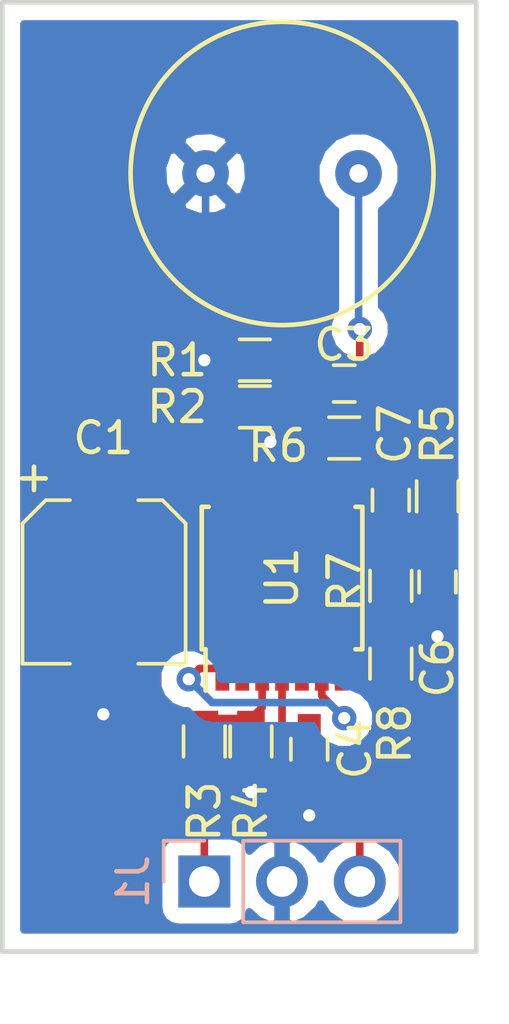
<source format=kicad_pcb>
(kicad_pcb (version 4) (host pcbnew 4.0.7)

  (general
    (links 32)
    (no_connects 0)
    (area 161.722999 60.884999 177.367001 92.023001)
    (thickness 1.6)
    (drawings 4)
    (tracks 102)
    (zones 0)
    (modules 16)
    (nets 14)
  )

  (page A4)
  (layers
    (0 F.Cu signal)
    (31 B.Cu signal)
    (32 B.Adhes user)
    (33 F.Adhes user)
    (34 B.Paste user)
    (35 F.Paste user)
    (36 B.SilkS user)
    (37 F.SilkS user)
    (38 B.Mask user)
    (39 F.Mask user)
    (40 Dwgs.User user)
    (41 Cmts.User user)
    (42 Eco1.User user)
    (43 Eco2.User user)
    (44 Edge.Cuts user)
    (45 Margin user)
    (46 B.CrtYd user)
    (47 F.CrtYd user)
    (48 B.Fab user)
    (49 F.Fab user)
  )

  (setup
    (last_trace_width 0.25)
    (trace_clearance 0.2)
    (zone_clearance 0.508)
    (zone_45_only no)
    (trace_min 0.2)
    (segment_width 0.2)
    (edge_width 0.15)
    (via_size 0.8)
    (via_drill 0.4)
    (via_min_size 0.4)
    (via_min_drill 0.3)
    (uvia_size 0.3)
    (uvia_drill 0.1)
    (uvias_allowed no)
    (uvia_min_size 0.2)
    (uvia_min_drill 0.1)
    (pcb_text_width 0.3)
    (pcb_text_size 1.5 1.5)
    (mod_edge_width 0.15)
    (mod_text_size 1 1)
    (mod_text_width 0.15)
    (pad_size 1.524 1.524)
    (pad_drill 0.762)
    (pad_to_mask_clearance 0.2)
    (aux_axis_origin 0 0)
    (visible_elements 7FFEFFFF)
    (pcbplotparams
      (layerselection 0x00000_80000001)
      (usegerberextensions false)
      (excludeedgelayer false)
      (linewidth 0.100000)
      (plotframeref false)
      (viasonmask true)
      (mode 1)
      (useauxorigin false)
      (hpglpennumber 1)
      (hpglpenspeed 20)
      (hpglpendiameter 15)
      (hpglpenoverlay 2)
      (psnegative false)
      (psa4output false)
      (plotreference false)
      (plotvalue false)
      (plotinvisibletext false)
      (padsonsilk false)
      (subtractmaskfromsilk false)
      (outputformat 1)
      (mirror false)
      (drillshape 0)
      (scaleselection 1)
      (outputdirectory ""))
  )

  (net 0 "")
  (net 1 +3V3)
  (net 2 GNDA)
  (net 3 "Net-(C3-Pad2)")
  (net 4 "Net-(C3-Pad1)")
  (net 5 /Vref2)
  (net 6 "Net-(C6-Pad1)")
  (net 7 /preamp)
  (net 8 "Net-(C7-Pad1)")
  (net 9 /comp)
  (net 10 "Net-(R3-Pad1)")
  (net 11 "Net-(R5-Pad2)")
  (net 12 "Net-(R7-Pad2)")
  (net 13 /Vref1)

  (net_class Default "This is the default net class."
    (clearance 0.2)
    (trace_width 0.25)
    (via_dia 0.8)
    (via_drill 0.4)
    (uvia_dia 0.3)
    (uvia_drill 0.1)
    (add_net +3V3)
    (add_net /Vref1)
    (add_net /Vref2)
    (add_net /comp)
    (add_net /preamp)
    (add_net GNDA)
    (add_net "Net-(C3-Pad1)")
    (add_net "Net-(C3-Pad2)")
    (add_net "Net-(C6-Pad1)")
    (add_net "Net-(C7-Pad1)")
    (add_net "Net-(R3-Pad1)")
    (add_net "Net-(R5-Pad2)")
    (add_net "Net-(R7-Pad2)")
  )

  (module Capacitors_SMD:C_0603 (layer F.Cu) (tedit 5A6EFBEF) (tstamp 5A6EEC07)
    (at 176.022 79.883 270)
    (descr "Capacitor SMD 0603, reflow soldering, AVX (see smccp.pdf)")
    (tags "capacitor 0603")
    (path /5A6F5FB1)
    (attr smd)
    (fp_text reference C6 (at 2.794 0 270) (layer F.SilkS)
      (effects (font (size 1 1) (thickness 0.15)))
    )
    (fp_text value 10n (at 0 1.5 270) (layer F.Fab)
      (effects (font (size 1 1) (thickness 0.15)))
    )
    (fp_line (start 1.4 0.65) (end -1.4 0.65) (layer F.CrtYd) (width 0.05))
    (fp_line (start 1.4 0.65) (end 1.4 -0.65) (layer F.CrtYd) (width 0.05))
    (fp_line (start -1.4 -0.65) (end -1.4 0.65) (layer F.CrtYd) (width 0.05))
    (fp_line (start -1.4 -0.65) (end 1.4 -0.65) (layer F.CrtYd) (width 0.05))
    (fp_line (start 0.35 0.6) (end -0.35 0.6) (layer F.SilkS) (width 0.12))
    (fp_line (start -0.35 -0.6) (end 0.35 -0.6) (layer F.SilkS) (width 0.12))
    (fp_line (start -0.8 -0.4) (end 0.8 -0.4) (layer F.Fab) (width 0.1))
    (fp_line (start 0.8 -0.4) (end 0.8 0.4) (layer F.Fab) (width 0.1))
    (fp_line (start 0.8 0.4) (end -0.8 0.4) (layer F.Fab) (width 0.1))
    (fp_line (start -0.8 0.4) (end -0.8 -0.4) (layer F.Fab) (width 0.1))
    (fp_text user %R (at 0 0 270) (layer F.Fab)
      (effects (font (size 0.3 0.3) (thickness 0.075)))
    )
    (pad 2 smd rect (at 0.75 0 270) (size 0.8 0.75) (layers F.Cu F.Paste F.Mask)
      (net 2 GNDA))
    (pad 1 smd rect (at -0.75 0 270) (size 0.8 0.75) (layers F.Cu F.Paste F.Mask)
      (net 6 "Net-(C6-Pad1)"))
    (model Capacitors_SMD.3dshapes/C_0603.wrl
      (at (xyz 0 0 0))
      (scale (xyz 1 1 1))
      (rotate (xyz 0 0 0))
    )
  )

  (module Capacitors_SMD:CP_Elec_5x5.3 (layer F.Cu) (tedit 5A6EFC20) (tstamp 5A6EEBEF)
    (at 165.1 79.883 270)
    (descr "SMT capacitor, aluminium electrolytic, 5x5.3")
    (path /5A70553E)
    (attr smd)
    (fp_text reference C1 (at -4.699 0 360) (layer F.SilkS)
      (effects (font (size 1 1) (thickness 0.15)))
    )
    (fp_text value 10u (at 0 -3.92 270) (layer F.Fab)
      (effects (font (size 1 1) (thickness 0.15)))
    )
    (fp_circle (center 0 0) (end 0.3 2.4) (layer F.Fab) (width 0.1))
    (fp_text user + (at -1.37 -0.08 270) (layer F.Fab)
      (effects (font (size 1 1) (thickness 0.15)))
    )
    (fp_text user + (at -3.38 2.34 270) (layer F.SilkS)
      (effects (font (size 1 1) (thickness 0.15)))
    )
    (fp_text user %R (at -4.699 0 360) (layer F.Fab)
      (effects (font (size 1 1) (thickness 0.15)))
    )
    (fp_line (start 2.51 2.49) (end 2.51 -2.54) (layer F.Fab) (width 0.1))
    (fp_line (start -1.84 2.49) (end 2.51 2.49) (layer F.Fab) (width 0.1))
    (fp_line (start -2.51 1.82) (end -1.84 2.49) (layer F.Fab) (width 0.1))
    (fp_line (start -2.51 -1.87) (end -2.51 1.82) (layer F.Fab) (width 0.1))
    (fp_line (start -1.84 -2.54) (end -2.51 -1.87) (layer F.Fab) (width 0.1))
    (fp_line (start 2.51 -2.54) (end -1.84 -2.54) (layer F.Fab) (width 0.1))
    (fp_line (start 2.67 -2.69) (end 2.67 -1.14) (layer F.SilkS) (width 0.12))
    (fp_line (start 2.67 2.64) (end 2.67 1.09) (layer F.SilkS) (width 0.12))
    (fp_line (start -2.67 1.88) (end -2.67 1.09) (layer F.SilkS) (width 0.12))
    (fp_line (start -2.67 -1.93) (end -2.67 -1.14) (layer F.SilkS) (width 0.12))
    (fp_line (start 2.67 -2.69) (end -1.91 -2.69) (layer F.SilkS) (width 0.12))
    (fp_line (start -1.91 -2.69) (end -2.67 -1.93) (layer F.SilkS) (width 0.12))
    (fp_line (start -2.67 1.88) (end -1.91 2.64) (layer F.SilkS) (width 0.12))
    (fp_line (start -1.91 2.64) (end 2.67 2.64) (layer F.SilkS) (width 0.12))
    (fp_line (start -3.95 -2.79) (end 3.95 -2.79) (layer F.CrtYd) (width 0.05))
    (fp_line (start -3.95 -2.79) (end -3.95 2.74) (layer F.CrtYd) (width 0.05))
    (fp_line (start 3.95 2.74) (end 3.95 -2.79) (layer F.CrtYd) (width 0.05))
    (fp_line (start 3.95 2.74) (end -3.95 2.74) (layer F.CrtYd) (width 0.05))
    (pad 1 smd rect (at -2.2 0 90) (size 3 1.6) (layers F.Cu F.Paste F.Mask)
      (net 1 +3V3))
    (pad 2 smd rect (at 2.2 0 90) (size 3 1.6) (layers F.Cu F.Paste F.Mask)
      (net 2 GNDA))
    (model Capacitors_SMD.3dshapes/CP_Elec_5x5.3.wrl
      (at (xyz 0 0 0))
      (scale (xyz 1 1 1))
      (rotate (xyz 0 0 180))
    )
  )

  (module Capacitors_SMD:C_0603 (layer F.Cu) (tedit 5A6EFBAB) (tstamp 5A6EEBF5)
    (at 172.974 73.406 180)
    (descr "Capacitor SMD 0603, reflow soldering, AVX (see smccp.pdf)")
    (tags "capacitor 0603")
    (path /5A6F15B4)
    (attr smd)
    (fp_text reference C3 (at 0 1.27 180) (layer F.SilkS)
      (effects (font (size 1 1) (thickness 0.15)))
    )
    (fp_text value 10n (at 0 1.5 180) (layer F.Fab)
      (effects (font (size 1 1) (thickness 0.15)))
    )
    (fp_line (start 1.4 0.65) (end -1.4 0.65) (layer F.CrtYd) (width 0.05))
    (fp_line (start 1.4 0.65) (end 1.4 -0.65) (layer F.CrtYd) (width 0.05))
    (fp_line (start -1.4 -0.65) (end -1.4 0.65) (layer F.CrtYd) (width 0.05))
    (fp_line (start -1.4 -0.65) (end 1.4 -0.65) (layer F.CrtYd) (width 0.05))
    (fp_line (start 0.35 0.6) (end -0.35 0.6) (layer F.SilkS) (width 0.12))
    (fp_line (start -0.35 -0.6) (end 0.35 -0.6) (layer F.SilkS) (width 0.12))
    (fp_line (start -0.8 -0.4) (end 0.8 -0.4) (layer F.Fab) (width 0.1))
    (fp_line (start 0.8 -0.4) (end 0.8 0.4) (layer F.Fab) (width 0.1))
    (fp_line (start 0.8 0.4) (end -0.8 0.4) (layer F.Fab) (width 0.1))
    (fp_line (start -0.8 0.4) (end -0.8 -0.4) (layer F.Fab) (width 0.1))
    (fp_text user %R (at 0 0 180) (layer F.Fab)
      (effects (font (size 0.3 0.3) (thickness 0.075)))
    )
    (pad 2 smd rect (at 0.75 0 180) (size 0.8 0.75) (layers F.Cu F.Paste F.Mask)
      (net 3 "Net-(C3-Pad2)"))
    (pad 1 smd rect (at -0.75 0 180) (size 0.8 0.75) (layers F.Cu F.Paste F.Mask)
      (net 4 "Net-(C3-Pad1)"))
    (model Capacitors_SMD.3dshapes/C_0603.wrl
      (at (xyz 0 0 0))
      (scale (xyz 1 1 1))
      (rotate (xyz 0 0 0))
    )
  )

  (module Capacitors_SMD:C_0603 (layer F.Cu) (tedit 59958EE7) (tstamp 5A6EEBFB)
    (at 171.831 85.344 270)
    (descr "Capacitor SMD 0603, reflow soldering, AVX (see smccp.pdf)")
    (tags "capacitor 0603")
    (path /5A6EE122)
    (attr smd)
    (fp_text reference C4 (at 0 -1.5 270) (layer F.SilkS)
      (effects (font (size 1 1) (thickness 0.15)))
    )
    (fp_text value 0,1u (at 0 1.5 270) (layer F.Fab)
      (effects (font (size 1 1) (thickness 0.15)))
    )
    (fp_line (start 1.4 0.65) (end -1.4 0.65) (layer F.CrtYd) (width 0.05))
    (fp_line (start 1.4 0.65) (end 1.4 -0.65) (layer F.CrtYd) (width 0.05))
    (fp_line (start -1.4 -0.65) (end -1.4 0.65) (layer F.CrtYd) (width 0.05))
    (fp_line (start -1.4 -0.65) (end 1.4 -0.65) (layer F.CrtYd) (width 0.05))
    (fp_line (start 0.35 0.6) (end -0.35 0.6) (layer F.SilkS) (width 0.12))
    (fp_line (start -0.35 -0.6) (end 0.35 -0.6) (layer F.SilkS) (width 0.12))
    (fp_line (start -0.8 -0.4) (end 0.8 -0.4) (layer F.Fab) (width 0.1))
    (fp_line (start 0.8 -0.4) (end 0.8 0.4) (layer F.Fab) (width 0.1))
    (fp_line (start 0.8 0.4) (end -0.8 0.4) (layer F.Fab) (width 0.1))
    (fp_line (start -0.8 0.4) (end -0.8 -0.4) (layer F.Fab) (width 0.1))
    (fp_text user %R (at 0 0 270) (layer F.Fab)
      (effects (font (size 0.3 0.3) (thickness 0.075)))
    )
    (pad 2 smd rect (at 0.75 0 270) (size 0.8 0.75) (layers F.Cu F.Paste F.Mask)
      (net 2 GNDA))
    (pad 1 smd rect (at -0.75 0 270) (size 0.8 0.75) (layers F.Cu F.Paste F.Mask)
      (net 1 +3V3))
    (model Capacitors_SMD.3dshapes/C_0603.wrl
      (at (xyz 0 0 0))
      (scale (xyz 1 1 1))
      (rotate (xyz 0 0 0))
    )
  )

  (module Capacitors_SMD:C_0603 (layer F.Cu) (tedit 5A6EFBD8) (tstamp 5A6EEC0D)
    (at 174.498 77.216 270)
    (descr "Capacitor SMD 0603, reflow soldering, AVX (see smccp.pdf)")
    (tags "capacitor 0603")
    (path /5A6F7336)
    (attr smd)
    (fp_text reference C7 (at -2.159 -0.127 270) (layer F.SilkS)
      (effects (font (size 1 1) (thickness 0.15)))
    )
    (fp_text value 1000p (at 0 1.5 270) (layer F.Fab)
      (effects (font (size 1 1) (thickness 0.15)))
    )
    (fp_line (start 1.4 0.65) (end -1.4 0.65) (layer F.CrtYd) (width 0.05))
    (fp_line (start 1.4 0.65) (end 1.4 -0.65) (layer F.CrtYd) (width 0.05))
    (fp_line (start -1.4 -0.65) (end -1.4 0.65) (layer F.CrtYd) (width 0.05))
    (fp_line (start -1.4 -0.65) (end 1.4 -0.65) (layer F.CrtYd) (width 0.05))
    (fp_line (start 0.35 0.6) (end -0.35 0.6) (layer F.SilkS) (width 0.12))
    (fp_line (start -0.35 -0.6) (end 0.35 -0.6) (layer F.SilkS) (width 0.12))
    (fp_line (start -0.8 -0.4) (end 0.8 -0.4) (layer F.Fab) (width 0.1))
    (fp_line (start 0.8 -0.4) (end 0.8 0.4) (layer F.Fab) (width 0.1))
    (fp_line (start 0.8 0.4) (end -0.8 0.4) (layer F.Fab) (width 0.1))
    (fp_line (start -0.8 0.4) (end -0.8 -0.4) (layer F.Fab) (width 0.1))
    (fp_text user %R (at 0 0 270) (layer F.Fab)
      (effects (font (size 0.3 0.3) (thickness 0.075)))
    )
    (pad 2 smd rect (at 0.75 0 270) (size 0.8 0.75) (layers F.Cu F.Paste F.Mask)
      (net 7 /preamp))
    (pad 1 smd rect (at -0.75 0 270) (size 0.8 0.75) (layers F.Cu F.Paste F.Mask)
      (net 8 "Net-(C7-Pad1)"))
    (model Capacitors_SMD.3dshapes/C_0603.wrl
      (at (xyz 0 0 0))
      (scale (xyz 1 1 1))
      (rotate (xyz 0 0 0))
    )
  )

  (module Pin_Headers:Pin_Header_Straight_1x03_Pitch2.54mm (layer B.Cu) (tedit 59650532) (tstamp 5A6EEC14)
    (at 168.402 89.662 270)
    (descr "Through hole straight pin header, 1x03, 2.54mm pitch, single row")
    (tags "Through hole pin header THT 1x03 2.54mm single row")
    (path /5A6EE12B)
    (fp_text reference J1 (at 0 2.33 270) (layer B.SilkS)
      (effects (font (size 1 1) (thickness 0.15)) (justify mirror))
    )
    (fp_text value Conn_01x03 (at 0 -7.41 270) (layer B.Fab)
      (effects (font (size 1 1) (thickness 0.15)) (justify mirror))
    )
    (fp_line (start -0.635 1.27) (end 1.27 1.27) (layer B.Fab) (width 0.1))
    (fp_line (start 1.27 1.27) (end 1.27 -6.35) (layer B.Fab) (width 0.1))
    (fp_line (start 1.27 -6.35) (end -1.27 -6.35) (layer B.Fab) (width 0.1))
    (fp_line (start -1.27 -6.35) (end -1.27 0.635) (layer B.Fab) (width 0.1))
    (fp_line (start -1.27 0.635) (end -0.635 1.27) (layer B.Fab) (width 0.1))
    (fp_line (start -1.33 -6.41) (end 1.33 -6.41) (layer B.SilkS) (width 0.12))
    (fp_line (start -1.33 -1.27) (end -1.33 -6.41) (layer B.SilkS) (width 0.12))
    (fp_line (start 1.33 -1.27) (end 1.33 -6.41) (layer B.SilkS) (width 0.12))
    (fp_line (start -1.33 -1.27) (end 1.33 -1.27) (layer B.SilkS) (width 0.12))
    (fp_line (start -1.33 0) (end -1.33 1.33) (layer B.SilkS) (width 0.12))
    (fp_line (start -1.33 1.33) (end 0 1.33) (layer B.SilkS) (width 0.12))
    (fp_line (start -1.8 1.8) (end -1.8 -6.85) (layer B.CrtYd) (width 0.05))
    (fp_line (start -1.8 -6.85) (end 1.8 -6.85) (layer B.CrtYd) (width 0.05))
    (fp_line (start 1.8 -6.85) (end 1.8 1.8) (layer B.CrtYd) (width 0.05))
    (fp_line (start 1.8 1.8) (end -1.8 1.8) (layer B.CrtYd) (width 0.05))
    (fp_text user %R (at 0 -2.54 540) (layer B.Fab)
      (effects (font (size 1 1) (thickness 0.15)) (justify mirror))
    )
    (pad 1 thru_hole rect (at 0 0 270) (size 1.7 1.7) (drill 1) (layers *.Cu *.Mask)
      (net 1 +3V3))
    (pad 2 thru_hole oval (at 0 -2.54 270) (size 1.7 1.7) (drill 1) (layers *.Cu *.Mask)
      (net 2 GNDA))
    (pad 3 thru_hole oval (at 0 -5.08 270) (size 1.7 1.7) (drill 1) (layers *.Cu *.Mask)
      (net 9 /comp))
    (model ${KISYS3DMOD}/Pin_Headers.3dshapes/Pin_Header_Straight_1x03_Pitch2.54mm.wrl
      (at (xyz 0 0 0))
      (scale (xyz 1 1 1))
      (rotate (xyz 0 0 0))
    )
  )

  (module Resistors_SMD:R_0603 (layer F.Cu) (tedit 5A6EFBB5) (tstamp 5A6EEC20)
    (at 170.053 72.644)
    (descr "Resistor SMD 0603, reflow soldering, Vishay (see dcrcw.pdf)")
    (tags "resistor 0603")
    (path /5A6F0B32)
    (attr smd)
    (fp_text reference R1 (at -2.54 0) (layer F.SilkS)
      (effects (font (size 1 1) (thickness 0.15)))
    )
    (fp_text value 3K9 (at 0 1.5) (layer F.Fab)
      (effects (font (size 1 1) (thickness 0.15)))
    )
    (fp_text user %R (at 0 0) (layer F.Fab)
      (effects (font (size 0.4 0.4) (thickness 0.075)))
    )
    (fp_line (start -0.8 0.4) (end -0.8 -0.4) (layer F.Fab) (width 0.1))
    (fp_line (start 0.8 0.4) (end -0.8 0.4) (layer F.Fab) (width 0.1))
    (fp_line (start 0.8 -0.4) (end 0.8 0.4) (layer F.Fab) (width 0.1))
    (fp_line (start -0.8 -0.4) (end 0.8 -0.4) (layer F.Fab) (width 0.1))
    (fp_line (start 0.5 0.68) (end -0.5 0.68) (layer F.SilkS) (width 0.12))
    (fp_line (start -0.5 -0.68) (end 0.5 -0.68) (layer F.SilkS) (width 0.12))
    (fp_line (start -1.25 -0.7) (end 1.25 -0.7) (layer F.CrtYd) (width 0.05))
    (fp_line (start -1.25 -0.7) (end -1.25 0.7) (layer F.CrtYd) (width 0.05))
    (fp_line (start 1.25 0.7) (end 1.25 -0.7) (layer F.CrtYd) (width 0.05))
    (fp_line (start 1.25 0.7) (end -1.25 0.7) (layer F.CrtYd) (width 0.05))
    (pad 1 smd rect (at -0.75 0) (size 0.5 0.9) (layers F.Cu F.Paste F.Mask)
      (net 2 GNDA))
    (pad 2 smd rect (at 0.75 0) (size 0.5 0.9) (layers F.Cu F.Paste F.Mask)
      (net 4 "Net-(C3-Pad1)"))
    (model ${KISYS3DMOD}/Resistors_SMD.3dshapes/R_0603.wrl
      (at (xyz 0 0 0))
      (scale (xyz 1 1 1))
      (rotate (xyz 0 0 0))
    )
  )

  (module Resistors_SMD:R_0603 (layer F.Cu) (tedit 5A6EFB84) (tstamp 5A6EEC26)
    (at 170.053 74.168)
    (descr "Resistor SMD 0603, reflow soldering, Vishay (see dcrcw.pdf)")
    (tags "resistor 0603")
    (path /5A6F2DC5)
    (attr smd)
    (fp_text reference R2 (at -2.54 0) (layer F.SilkS)
      (effects (font (size 1 1) (thickness 0.15)))
    )
    (fp_text value 100K (at 0 1.5) (layer F.Fab)
      (effects (font (size 1 1) (thickness 0.15)))
    )
    (fp_text user %R (at 0 0) (layer F.Fab)
      (effects (font (size 0.4 0.4) (thickness 0.075)))
    )
    (fp_line (start -0.8 0.4) (end -0.8 -0.4) (layer F.Fab) (width 0.1))
    (fp_line (start 0.8 0.4) (end -0.8 0.4) (layer F.Fab) (width 0.1))
    (fp_line (start 0.8 -0.4) (end 0.8 0.4) (layer F.Fab) (width 0.1))
    (fp_line (start -0.8 -0.4) (end 0.8 -0.4) (layer F.Fab) (width 0.1))
    (fp_line (start 0.5 0.68) (end -0.5 0.68) (layer F.SilkS) (width 0.12))
    (fp_line (start -0.5 -0.68) (end 0.5 -0.68) (layer F.SilkS) (width 0.12))
    (fp_line (start -1.25 -0.7) (end 1.25 -0.7) (layer F.CrtYd) (width 0.05))
    (fp_line (start -1.25 -0.7) (end -1.25 0.7) (layer F.CrtYd) (width 0.05))
    (fp_line (start 1.25 0.7) (end 1.25 -0.7) (layer F.CrtYd) (width 0.05))
    (fp_line (start 1.25 0.7) (end -1.25 0.7) (layer F.CrtYd) (width 0.05))
    (pad 1 smd rect (at -0.75 0) (size 0.5 0.9) (layers F.Cu F.Paste F.Mask)
      (net 5 /Vref2))
    (pad 2 smd rect (at 0.75 0) (size 0.5 0.9) (layers F.Cu F.Paste F.Mask)
      (net 3 "Net-(C3-Pad2)"))
    (model ${KISYS3DMOD}/Resistors_SMD.3dshapes/R_0603.wrl
      (at (xyz 0 0 0))
      (scale (xyz 1 1 1))
      (rotate (xyz 0 0 0))
    )
  )

  (module Resistors_SMD:R_0603 (layer F.Cu) (tedit 5A6EFC03) (tstamp 5A6EEC2C)
    (at 168.402 85.09 270)
    (descr "Resistor SMD 0603, reflow soldering, Vishay (see dcrcw.pdf)")
    (tags "resistor 0603")
    (path /5A6EE11C)
    (attr smd)
    (fp_text reference R3 (at 2.286 0 270) (layer F.SilkS)
      (effects (font (size 1 1) (thickness 0.15)))
    )
    (fp_text value 10K (at 0 1.5 270) (layer F.Fab)
      (effects (font (size 1 1) (thickness 0.15)))
    )
    (fp_text user %R (at 0 0 270) (layer F.Fab)
      (effects (font (size 0.4 0.4) (thickness 0.075)))
    )
    (fp_line (start -0.8 0.4) (end -0.8 -0.4) (layer F.Fab) (width 0.1))
    (fp_line (start 0.8 0.4) (end -0.8 0.4) (layer F.Fab) (width 0.1))
    (fp_line (start 0.8 -0.4) (end 0.8 0.4) (layer F.Fab) (width 0.1))
    (fp_line (start -0.8 -0.4) (end 0.8 -0.4) (layer F.Fab) (width 0.1))
    (fp_line (start 0.5 0.68) (end -0.5 0.68) (layer F.SilkS) (width 0.12))
    (fp_line (start -0.5 -0.68) (end 0.5 -0.68) (layer F.SilkS) (width 0.12))
    (fp_line (start -1.25 -0.7) (end 1.25 -0.7) (layer F.CrtYd) (width 0.05))
    (fp_line (start -1.25 -0.7) (end -1.25 0.7) (layer F.CrtYd) (width 0.05))
    (fp_line (start 1.25 0.7) (end 1.25 -0.7) (layer F.CrtYd) (width 0.05))
    (fp_line (start 1.25 0.7) (end -1.25 0.7) (layer F.CrtYd) (width 0.05))
    (pad 1 smd rect (at -0.75 0 270) (size 0.5 0.9) (layers F.Cu F.Paste F.Mask)
      (net 10 "Net-(R3-Pad1)"))
    (pad 2 smd rect (at 0.75 0 270) (size 0.5 0.9) (layers F.Cu F.Paste F.Mask)
      (net 1 +3V3))
    (model ${KISYS3DMOD}/Resistors_SMD.3dshapes/R_0603.wrl
      (at (xyz 0 0 0))
      (scale (xyz 1 1 1))
      (rotate (xyz 0 0 0))
    )
  )

  (module Resistors_SMD:R_0603 (layer F.Cu) (tedit 5A6EFC07) (tstamp 5A6EEC32)
    (at 169.926 85.09 90)
    (descr "Resistor SMD 0603, reflow soldering, Vishay (see dcrcw.pdf)")
    (tags "resistor 0603")
    (path /5A6EE11D)
    (attr smd)
    (fp_text reference R4 (at -2.286 0 90) (layer F.SilkS)
      (effects (font (size 1 1) (thickness 0.15)))
    )
    (fp_text value 10K (at 0 1.5 90) (layer F.Fab)
      (effects (font (size 1 1) (thickness 0.15)))
    )
    (fp_text user %R (at 0 0 90) (layer F.Fab)
      (effects (font (size 0.4 0.4) (thickness 0.075)))
    )
    (fp_line (start -0.8 0.4) (end -0.8 -0.4) (layer F.Fab) (width 0.1))
    (fp_line (start 0.8 0.4) (end -0.8 0.4) (layer F.Fab) (width 0.1))
    (fp_line (start 0.8 -0.4) (end 0.8 0.4) (layer F.Fab) (width 0.1))
    (fp_line (start -0.8 -0.4) (end 0.8 -0.4) (layer F.Fab) (width 0.1))
    (fp_line (start 0.5 0.68) (end -0.5 0.68) (layer F.SilkS) (width 0.12))
    (fp_line (start -0.5 -0.68) (end 0.5 -0.68) (layer F.SilkS) (width 0.12))
    (fp_line (start -1.25 -0.7) (end 1.25 -0.7) (layer F.CrtYd) (width 0.05))
    (fp_line (start -1.25 -0.7) (end -1.25 0.7) (layer F.CrtYd) (width 0.05))
    (fp_line (start 1.25 0.7) (end 1.25 -0.7) (layer F.CrtYd) (width 0.05))
    (fp_line (start 1.25 0.7) (end -1.25 0.7) (layer F.CrtYd) (width 0.05))
    (pad 1 smd rect (at -0.75 0 90) (size 0.5 0.9) (layers F.Cu F.Paste F.Mask)
      (net 2 GNDA))
    (pad 2 smd rect (at 0.75 0 90) (size 0.5 0.9) (layers F.Cu F.Paste F.Mask)
      (net 10 "Net-(R3-Pad1)"))
    (model ${KISYS3DMOD}/Resistors_SMD.3dshapes/R_0603.wrl
      (at (xyz 0 0 0))
      (scale (xyz 1 1 1))
      (rotate (xyz 0 0 0))
    )
  )

  (module Resistors_SMD:R_0603 (layer F.Cu) (tedit 5A6EFBD4) (tstamp 5A6EEC38)
    (at 176.022 77.089 90)
    (descr "Resistor SMD 0603, reflow soldering, Vishay (see dcrcw.pdf)")
    (tags "resistor 0603")
    (path /5A6F5EF7)
    (attr smd)
    (fp_text reference R5 (at 2.032 0 90) (layer F.SilkS)
      (effects (font (size 1 1) (thickness 0.15)))
    )
    (fp_text value 1K (at 0 1.5 90) (layer F.Fab)
      (effects (font (size 1 1) (thickness 0.15)))
    )
    (fp_text user %R (at 0 0 90) (layer F.Fab)
      (effects (font (size 0.4 0.4) (thickness 0.075)))
    )
    (fp_line (start -0.8 0.4) (end -0.8 -0.4) (layer F.Fab) (width 0.1))
    (fp_line (start 0.8 0.4) (end -0.8 0.4) (layer F.Fab) (width 0.1))
    (fp_line (start 0.8 -0.4) (end 0.8 0.4) (layer F.Fab) (width 0.1))
    (fp_line (start -0.8 -0.4) (end 0.8 -0.4) (layer F.Fab) (width 0.1))
    (fp_line (start 0.5 0.68) (end -0.5 0.68) (layer F.SilkS) (width 0.12))
    (fp_line (start -0.5 -0.68) (end 0.5 -0.68) (layer F.SilkS) (width 0.12))
    (fp_line (start -1.25 -0.7) (end 1.25 -0.7) (layer F.CrtYd) (width 0.05))
    (fp_line (start -1.25 -0.7) (end -1.25 0.7) (layer F.CrtYd) (width 0.05))
    (fp_line (start 1.25 0.7) (end 1.25 -0.7) (layer F.CrtYd) (width 0.05))
    (fp_line (start 1.25 0.7) (end -1.25 0.7) (layer F.CrtYd) (width 0.05))
    (pad 1 smd rect (at -0.75 0 90) (size 0.5 0.9) (layers F.Cu F.Paste F.Mask)
      (net 6 "Net-(C6-Pad1)"))
    (pad 2 smd rect (at 0.75 0 90) (size 0.5 0.9) (layers F.Cu F.Paste F.Mask)
      (net 11 "Net-(R5-Pad2)"))
    (model ${KISYS3DMOD}/Resistors_SMD.3dshapes/R_0603.wrl
      (at (xyz 0 0 0))
      (scale (xyz 1 1 1))
      (rotate (xyz 0 0 0))
    )
  )

  (module Resistors_SMD:R_0603 (layer F.Cu) (tedit 5A6EFBC0) (tstamp 5A6EEC3E)
    (at 172.974 75.184)
    (descr "Resistor SMD 0603, reflow soldering, Vishay (see dcrcw.pdf)")
    (tags "resistor 0603")
    (path /5A6F5E22)
    (attr smd)
    (fp_text reference R6 (at -2.159 0.254) (layer F.SilkS)
      (effects (font (size 1 1) (thickness 0.15)))
    )
    (fp_text value 100K (at 0 1.5) (layer F.Fab)
      (effects (font (size 1 1) (thickness 0.15)))
    )
    (fp_text user %R (at 0 0) (layer F.Fab)
      (effects (font (size 0.4 0.4) (thickness 0.075)))
    )
    (fp_line (start -0.8 0.4) (end -0.8 -0.4) (layer F.Fab) (width 0.1))
    (fp_line (start 0.8 0.4) (end -0.8 0.4) (layer F.Fab) (width 0.1))
    (fp_line (start 0.8 -0.4) (end 0.8 0.4) (layer F.Fab) (width 0.1))
    (fp_line (start -0.8 -0.4) (end 0.8 -0.4) (layer F.Fab) (width 0.1))
    (fp_line (start 0.5 0.68) (end -0.5 0.68) (layer F.SilkS) (width 0.12))
    (fp_line (start -0.5 -0.68) (end 0.5 -0.68) (layer F.SilkS) (width 0.12))
    (fp_line (start -1.25 -0.7) (end 1.25 -0.7) (layer F.CrtYd) (width 0.05))
    (fp_line (start -1.25 -0.7) (end -1.25 0.7) (layer F.CrtYd) (width 0.05))
    (fp_line (start 1.25 0.7) (end 1.25 -0.7) (layer F.CrtYd) (width 0.05))
    (fp_line (start 1.25 0.7) (end -1.25 0.7) (layer F.CrtYd) (width 0.05))
    (pad 1 smd rect (at -0.75 0) (size 0.5 0.9) (layers F.Cu F.Paste F.Mask)
      (net 11 "Net-(R5-Pad2)"))
    (pad 2 smd rect (at 0.75 0) (size 0.5 0.9) (layers F.Cu F.Paste F.Mask)
      (net 8 "Net-(C7-Pad1)"))
    (model ${KISYS3DMOD}/Resistors_SMD.3dshapes/R_0603.wrl
      (at (xyz 0 0 0))
      (scale (xyz 1 1 1))
      (rotate (xyz 0 0 0))
    )
  )

  (module Resistors_SMD:R_0603 (layer F.Cu) (tedit 5A6EFBF2) (tstamp 5A6EEC44)
    (at 174.498 80.01 270)
    (descr "Resistor SMD 0603, reflow soldering, Vishay (see dcrcw.pdf)")
    (tags "resistor 0603")
    (path /5A6EE129)
    (attr smd)
    (fp_text reference R7 (at -0.127 1.524 270) (layer F.SilkS)
      (effects (font (size 1 1) (thickness 0.15)))
    )
    (fp_text value 1K (at 0 1.5 270) (layer F.Fab)
      (effects (font (size 1 1) (thickness 0.15)))
    )
    (fp_text user %R (at 0 0 270) (layer F.Fab)
      (effects (font (size 0.4 0.4) (thickness 0.075)))
    )
    (fp_line (start -0.8 0.4) (end -0.8 -0.4) (layer F.Fab) (width 0.1))
    (fp_line (start 0.8 0.4) (end -0.8 0.4) (layer F.Fab) (width 0.1))
    (fp_line (start 0.8 -0.4) (end 0.8 0.4) (layer F.Fab) (width 0.1))
    (fp_line (start -0.8 -0.4) (end 0.8 -0.4) (layer F.Fab) (width 0.1))
    (fp_line (start 0.5 0.68) (end -0.5 0.68) (layer F.SilkS) (width 0.12))
    (fp_line (start -0.5 -0.68) (end 0.5 -0.68) (layer F.SilkS) (width 0.12))
    (fp_line (start -1.25 -0.7) (end 1.25 -0.7) (layer F.CrtYd) (width 0.05))
    (fp_line (start -1.25 -0.7) (end -1.25 0.7) (layer F.CrtYd) (width 0.05))
    (fp_line (start 1.25 0.7) (end 1.25 -0.7) (layer F.CrtYd) (width 0.05))
    (fp_line (start 1.25 0.7) (end -1.25 0.7) (layer F.CrtYd) (width 0.05))
    (pad 1 smd rect (at -0.75 0 270) (size 0.5 0.9) (layers F.Cu F.Paste F.Mask)
      (net 7 /preamp))
    (pad 2 smd rect (at 0.75 0 270) (size 0.5 0.9) (layers F.Cu F.Paste F.Mask)
      (net 12 "Net-(R7-Pad2)"))
    (model ${KISYS3DMOD}/Resistors_SMD.3dshapes/R_0603.wrl
      (at (xyz 0 0 0))
      (scale (xyz 1 1 1))
      (rotate (xyz 0 0 0))
    )
  )

  (module Resistors_SMD:R_0603 (layer F.Cu) (tedit 5A6EFBE6) (tstamp 5A6EEC4A)
    (at 174.498 82.55 270)
    (descr "Resistor SMD 0603, reflow soldering, Vishay (see dcrcw.pdf)")
    (tags "resistor 0603")
    (path /5A6EE12A)
    (attr smd)
    (fp_text reference R8 (at 2.286 -0.127 270) (layer F.SilkS)
      (effects (font (size 1 1) (thickness 0.15)))
    )
    (fp_text value 33K (at 0 1.5 270) (layer F.Fab)
      (effects (font (size 1 1) (thickness 0.15)))
    )
    (fp_text user %R (at 0 0 270) (layer F.Fab)
      (effects (font (size 0.4 0.4) (thickness 0.075)))
    )
    (fp_line (start -0.8 0.4) (end -0.8 -0.4) (layer F.Fab) (width 0.1))
    (fp_line (start 0.8 0.4) (end -0.8 0.4) (layer F.Fab) (width 0.1))
    (fp_line (start 0.8 -0.4) (end 0.8 0.4) (layer F.Fab) (width 0.1))
    (fp_line (start -0.8 -0.4) (end 0.8 -0.4) (layer F.Fab) (width 0.1))
    (fp_line (start 0.5 0.68) (end -0.5 0.68) (layer F.SilkS) (width 0.12))
    (fp_line (start -0.5 -0.68) (end 0.5 -0.68) (layer F.SilkS) (width 0.12))
    (fp_line (start -1.25 -0.7) (end 1.25 -0.7) (layer F.CrtYd) (width 0.05))
    (fp_line (start -1.25 -0.7) (end -1.25 0.7) (layer F.CrtYd) (width 0.05))
    (fp_line (start 1.25 0.7) (end 1.25 -0.7) (layer F.CrtYd) (width 0.05))
    (fp_line (start 1.25 0.7) (end -1.25 0.7) (layer F.CrtYd) (width 0.05))
    (pad 1 smd rect (at -0.75 0 270) (size 0.5 0.9) (layers F.Cu F.Paste F.Mask)
      (net 12 "Net-(R7-Pad2)"))
    (pad 2 smd rect (at 0.75 0 270) (size 0.5 0.9) (layers F.Cu F.Paste F.Mask)
      (net 9 /comp))
    (model ${KISYS3DMOD}/Resistors_SMD.3dshapes/R_0603.wrl
      (at (xyz 0 0 0))
      (scale (xyz 1 1 1))
      (rotate (xyz 0 0 0))
    )
  )

  (module Housings_SSOP:TSSOP-14_4.4x5mm_Pitch0.65mm (layer F.Cu) (tedit 5A6EFC34) (tstamp 5A6EEC5C)
    (at 170.942 79.756 90)
    (descr "14-Lead Plastic Thin Shrink Small Outline (ST)-4.4 mm Body [TSSOP] (see Microchip Packaging Specification 00000049BS.pdf)")
    (tags "SSOP 0.65")
    (path /5A6EEF21)
    (attr smd)
    (fp_text reference U1 (at 0 0 270) (layer F.SilkS)
      (effects (font (size 1 1) (thickness 0.15)))
    )
    (fp_text value MCP604 (at 0 3.55 90) (layer F.Fab)
      (effects (font (size 1 1) (thickness 0.15)))
    )
    (fp_line (start -1.2 -2.5) (end 2.2 -2.5) (layer F.Fab) (width 0.15))
    (fp_line (start 2.2 -2.5) (end 2.2 2.5) (layer F.Fab) (width 0.15))
    (fp_line (start 2.2 2.5) (end -2.2 2.5) (layer F.Fab) (width 0.15))
    (fp_line (start -2.2 2.5) (end -2.2 -1.5) (layer F.Fab) (width 0.15))
    (fp_line (start -2.2 -1.5) (end -1.2 -2.5) (layer F.Fab) (width 0.15))
    (fp_line (start -3.95 -2.8) (end -3.95 2.8) (layer F.CrtYd) (width 0.05))
    (fp_line (start 3.95 -2.8) (end 3.95 2.8) (layer F.CrtYd) (width 0.05))
    (fp_line (start -3.95 -2.8) (end 3.95 -2.8) (layer F.CrtYd) (width 0.05))
    (fp_line (start -3.95 2.8) (end 3.95 2.8) (layer F.CrtYd) (width 0.05))
    (fp_line (start -2.325 -2.625) (end -2.325 -2.5) (layer F.SilkS) (width 0.15))
    (fp_line (start 2.325 -2.625) (end 2.325 -2.4) (layer F.SilkS) (width 0.15))
    (fp_line (start 2.325 2.625) (end 2.325 2.4) (layer F.SilkS) (width 0.15))
    (fp_line (start -2.325 2.625) (end -2.325 2.4) (layer F.SilkS) (width 0.15))
    (fp_line (start -2.325 -2.625) (end 2.325 -2.625) (layer F.SilkS) (width 0.15))
    (fp_line (start -2.325 2.625) (end 2.325 2.625) (layer F.SilkS) (width 0.15))
    (fp_line (start -2.325 -2.5) (end -3.675 -2.5) (layer F.SilkS) (width 0.15))
    (fp_text user %R (at 0 0 90) (layer F.Fab)
      (effects (font (size 0.8 0.8) (thickness 0.15)))
    )
    (pad 1 smd rect (at -2.95 -1.95 90) (size 1.45 0.45) (layers F.Cu F.Paste F.Mask)
      (net 13 /Vref1))
    (pad 2 smd rect (at -2.95 -1.3 90) (size 1.45 0.45) (layers F.Cu F.Paste F.Mask)
      (net 13 /Vref1))
    (pad 3 smd rect (at -2.95 -0.65 90) (size 1.45 0.45) (layers F.Cu F.Paste F.Mask)
      (net 10 "Net-(R3-Pad1)"))
    (pad 4 smd rect (at -2.95 0 90) (size 1.45 0.45) (layers F.Cu F.Paste F.Mask)
      (net 1 +3V3))
    (pad 5 smd rect (at -2.95 0.65 90) (size 1.45 0.45) (layers F.Cu F.Paste F.Mask)
      (net 12 "Net-(R7-Pad2)"))
    (pad 6 smd rect (at -2.95 1.3 90) (size 1.45 0.45) (layers F.Cu F.Paste F.Mask)
      (net 13 /Vref1))
    (pad 7 smd rect (at -2.95 1.95 90) (size 1.45 0.45) (layers F.Cu F.Paste F.Mask)
      (net 9 /comp))
    (pad 8 smd rect (at 2.95 1.95 90) (size 1.45 0.45) (layers F.Cu F.Paste F.Mask)
      (net 8 "Net-(C7-Pad1)"))
    (pad 9 smd rect (at 2.95 1.3 90) (size 1.45 0.45) (layers F.Cu F.Paste F.Mask)
      (net 11 "Net-(R5-Pad2)"))
    (pad 10 smd rect (at 2.95 0.65 90) (size 1.45 0.45) (layers F.Cu F.Paste F.Mask)
      (net 3 "Net-(C3-Pad2)"))
    (pad 11 smd rect (at 2.95 0 90) (size 1.45 0.45) (layers F.Cu F.Paste F.Mask)
      (net 2 GNDA))
    (pad 12 smd rect (at 2.95 -0.65 90) (size 1.45 0.45) (layers F.Cu F.Paste F.Mask)
      (net 13 /Vref1))
    (pad 13 smd rect (at 2.95 -1.3 90) (size 1.45 0.45) (layers F.Cu F.Paste F.Mask)
      (net 5 /Vref2))
    (pad 14 smd rect (at 2.95 -1.95 90) (size 1.45 0.45) (layers F.Cu F.Paste F.Mask)
      (net 5 /Vref2))
    (model ${KISYS3DMOD}/Housings_SSOP.3dshapes/TSSOP-14_4.4x5mm_Pitch0.65mm.wrl
      (at (xyz 0 0 0))
      (scale (xyz 1 1 1))
      (rotate (xyz 0 0 0))
    )
  )

  (module mpio:MA40S4S_straight (layer F.Cu) (tedit 5A575F93) (tstamp 5A6EED6B)
    (at 170.942 66.548)
    (path /5A6F0554)
    (fp_text reference MK1 (at 0 0.5) (layer F.SilkS) hide
      (effects (font (size 1 1) (thickness 0.15)))
    )
    (fp_text value MA40S4R (at 0 -0.5) (layer F.Fab)
      (effects (font (size 1 1) (thickness 0.15)))
    )
    (fp_circle (center 0 0) (end 4.95 0) (layer F.SilkS) (width 0.15))
    (pad 1 thru_hole circle (at -2.5 0) (size 1.524 1.524) (drill 0.6) (layers *.Cu *.Mask)
      (net 2 GNDA))
    (pad 2 thru_hole circle (at 2.5 0) (size 1.524 1.524) (drill 0.6) (layers *.Cu *.Mask)
      (net 4 "Net-(C3-Pad1)"))
    (model ${KICADMPIO}/mpio.3dshapes/MA40S4S.wrl
      (at (xyz 0 0 0))
      (scale (xyz 0.3937007874015748 0.3937007874015748 0.3937007874015748))
      (rotate (xyz 0 0 0))
    )
  )

  (gr_line (start 161.798 91.948) (end 177.292 91.948) (angle 90) (layer Edge.Cuts) (width 0.15))
  (gr_line (start 161.798 60.96) (end 161.798 91.948) (angle 90) (layer Edge.Cuts) (width 0.15))
  (gr_line (start 177.292 60.96) (end 161.798 60.96) (angle 90) (layer Edge.Cuts) (width 0.15))
  (gr_line (start 177.292 91.948) (end 177.292 60.96) (angle 90) (layer Edge.Cuts) (width 0.15))

  (segment (start 168.402 89.662) (end 168.402 87.503) (width 0.25) (layer F.Cu) (net 1))
  (segment (start 166.878 81.026) (end 166.878 78.359) (width 0.25) (layer F.Cu) (net 1))
  (segment (start 166.878 86.741) (end 166.878 81.026) (width 0.25) (layer F.Cu) (net 1) (tstamp 5A6EF9BD))
  (segment (start 168.402 87.503) (end 167.64 87.503) (width 0.25) (layer F.Cu) (net 1))
  (segment (start 167.64 87.503) (end 167.005 86.868) (width 0.25) (layer F.Cu) (net 1) (tstamp 5A6EF9BA))
  (segment (start 167.005 86.868) (end 166.878 86.741) (width 0.25) (layer F.Cu) (net 1))
  (segment (start 166.202 77.683) (end 165.1 77.683) (width 0.25) (layer F.Cu) (net 1) (tstamp 5A6EF9C1))
  (segment (start 166.878 78.359) (end 166.202 77.683) (width 0.25) (layer F.Cu) (net 1) (tstamp 5A6EF9C0))
  (segment (start 171.831 84.594) (end 170.942 84.594) (width 0.25) (layer F.Cu) (net 1))
  (segment (start 170.942 84.594) (end 170.942 84.582) (width 0.25) (layer F.Cu) (net 1) (tstamp 5A6EF6A6))
  (segment (start 168.402 87.503) (end 168.402 85.967) (width 0.25) (layer F.Cu) (net 1))
  (segment (start 170.942 86.995) (end 170.434 87.503) (width 0.25) (layer F.Cu) (net 1) (tstamp 5A6EF421))
  (segment (start 170.434 87.503) (end 168.402 87.503) (width 0.25) (layer F.Cu) (net 1) (tstamp 5A6EF425))
  (segment (start 170.942 86.995) (end 170.942 84.582) (width 0.25) (layer F.Cu) (net 1))
  (segment (start 170.942 84.582) (end 170.942 82.706) (width 0.25) (layer F.Cu) (net 1) (tstamp 5A6EF6A9))
  (segment (start 170.942 89.662) (end 170.942 88.392) (width 0.25) (layer F.Cu) (net 2))
  (segment (start 170.942 88.392) (end 171.831 87.503) (width 0.25) (layer F.Cu) (net 2) (tstamp 5A6EFAAB))
  (segment (start 168.442 66.548) (end 168.442 68.112) (width 0.25) (layer B.Cu) (net 2))
  (segment (start 168.442 68.112) (end 168.529 68.199) (width 0.25) (layer B.Cu) (net 2) (tstamp 5A6EF9D6))
  (segment (start 165.1 82.083) (end 165.1 84.201) (width 0.25) (layer F.Cu) (net 2))
  (segment (start 165.1 84.201) (end 165.1 84.328) (width 0.25) (layer B.Cu) (net 2) (tstamp 5A6EF9B1))
  (via (at 165.1 84.201) (size 0.8) (drill 0.4) (layers F.Cu B.Cu) (net 2))
  (segment (start 170.561 75.311) (end 170.053 75.311) (width 0.25) (layer B.Cu) (net 2))
  (segment (start 169.303 72.644) (end 168.402 72.644) (width 0.25) (layer F.Cu) (net 2))
  (segment (start 168.402 72.644) (end 168.402 73.152) (width 0.25) (layer B.Cu) (net 2) (tstamp 5A6EF8C7))
  (via (at 168.402 72.644) (size 0.8) (drill 0.4) (layers F.Cu B.Cu) (net 2))
  (segment (start 171.831 86.094) (end 171.831 87.503) (width 0.25) (layer F.Cu) (net 2))
  (segment (start 171.831 87.503) (end 171.45 87.503) (width 0.25) (layer B.Cu) (net 2) (tstamp 5A6EF6AD))
  (via (at 171.831 87.503) (size 0.8) (drill 0.4) (layers F.Cu B.Cu) (net 2))
  (segment (start 176.022 80.633) (end 176.022 81.661) (width 0.25) (layer F.Cu) (net 2))
  (segment (start 176.022 81.661) (end 176.022 82.169) (width 0.25) (layer B.Cu) (net 2) (tstamp 5A6EF5FD))
  (via (at 176.022 81.661) (size 0.8) (drill 0.4) (layers F.Cu B.Cu) (net 2))
  (segment (start 170.942 76.806) (end 170.942 75.692) (width 0.25) (layer F.Cu) (net 2))
  (segment (start 170.561 75.311) (end 170.307 75.311) (width 0.25) (layer B.Cu) (net 2) (tstamp 5A6EF47A))
  (via (at 170.561 75.311) (size 0.8) (drill 0.4) (layers F.Cu B.Cu) (net 2))
  (segment (start 170.942 75.692) (end 170.561 75.311) (width 0.25) (layer F.Cu) (net 2) (tstamp 5A6EF474))
  (segment (start 169.926 85.84) (end 169.926 86.741) (width 0.25) (layer F.Cu) (net 2))
  (segment (start 169.926 86.741) (end 169.926 87.122) (width 0.25) (layer B.Cu) (net 2) (tstamp 5A6EF0F6))
  (via (at 169.926 86.741) (size 0.8) (drill 0.4) (layers F.Cu B.Cu) (net 2))
  (segment (start 171.592 76.806) (end 171.592 75.453) (width 0.25) (layer F.Cu) (net 3))
  (segment (start 171.45 75.311) (end 171.45 74.168) (width 0.25) (layer F.Cu) (net 3) (tstamp 5A6EF8A1))
  (segment (start 171.592 75.453) (end 171.45 75.311) (width 0.25) (layer F.Cu) (net 3) (tstamp 5A6EF8B6))
  (segment (start 172.224 73.406) (end 172.212 73.406) (width 0.25) (layer F.Cu) (net 3))
  (segment (start 172.212 73.406) (end 171.45 74.168) (width 0.25) (layer F.Cu) (net 3) (tstamp 5A6EF5BA))
  (segment (start 171.45 74.168) (end 170.803 74.168) (width 0.25) (layer F.Cu) (net 3) (tstamp 5A6EF5BB) (status 20))
  (segment (start 173.442 66.548) (end 173.442 71.588) (width 0.25) (layer B.Cu) (net 4))
  (segment (start 173.482 71.628) (end 173.482 72.644) (width 0.25) (layer F.Cu) (net 4) (tstamp 5A6EF9C7))
  (via (at 173.482 71.628) (size 0.8) (drill 0.4) (layers F.Cu B.Cu) (net 4))
  (segment (start 173.442 71.588) (end 173.482 71.628) (width 0.25) (layer B.Cu) (net 4) (tstamp 5A6EF9C4))
  (segment (start 170.803 72.644) (end 173.482 72.644) (width 0.25) (layer F.Cu) (net 4))
  (segment (start 173.724 72.886) (end 173.724 73.406) (width 0.25) (layer F.Cu) (net 4) (tstamp 5A6EF8BB))
  (segment (start 173.482 72.644) (end 173.724 72.886) (width 0.25) (layer F.Cu) (net 4) (tstamp 5A6EF8BA))
  (segment (start 169.642 76.806) (end 169.642 76.043) (width 0.25) (layer F.Cu) (net 5))
  (segment (start 169.303 75.704) (end 169.303 74.168) (width 0.25) (layer F.Cu) (net 5) (tstamp 5A6EF8C0))
  (segment (start 169.642 76.043) (end 169.303 75.704) (width 0.25) (layer F.Cu) (net 5) (tstamp 5A6EF8BF))
  (segment (start 169.642 76.806) (end 168.992 76.806) (width 0.25) (layer F.Cu) (net 5))
  (segment (start 176.022 77.839) (end 176.022 79.133) (width 0.25) (layer F.Cu) (net 6))
  (segment (start 174.498 77.966) (end 174.498 79.26) (width 0.25) (layer F.Cu) (net 7) (status 20))
  (segment (start 173.724 75.184) (end 173.99 75.184) (width 0.25) (layer F.Cu) (net 8))
  (segment (start 174.498 75.692) (end 174.498 76.466) (width 0.25) (layer F.Cu) (net 8) (tstamp 5A6EF25B))
  (segment (start 173.99 75.184) (end 174.498 75.692) (width 0.25) (layer F.Cu) (net 8) (tstamp 5A6EF25A))
  (segment (start 172.892 76.806) (end 172.892 76.282) (width 0.25) (layer F.Cu) (net 8))
  (segment (start 172.892 76.282) (end 173.724 75.45) (width 0.25) (layer F.Cu) (net 8) (tstamp 5A6EEF19))
  (segment (start 173.724 75.45) (end 173.724 75.184) (width 0.25) (layer F.Cu) (net 8) (tstamp 5A6EEF1A))
  (segment (start 173.482 89.662) (end 173.482 87.503) (width 0.25) (layer F.Cu) (net 9))
  (segment (start 174.498 86.741) (end 173.482 87.503) (width 0.25) (layer F.Cu) (net 9) (tstamp 5A6EF727))
  (segment (start 174.498 86.741) (end 174.498 83.3) (width 0.25) (layer F.Cu) (net 9))
  (segment (start 174.498 83.3) (end 173.724 83.3) (width 0.25) (layer F.Cu) (net 9))
  (segment (start 173.13 82.706) (end 172.892 82.706) (width 0.25) (layer F.Cu) (net 9) (tstamp 5A6EF266))
  (segment (start 173.724 83.3) (end 173.13 82.706) (width 0.25) (layer F.Cu) (net 9) (tstamp 5A6EF265))
  (segment (start 169.926 84.34) (end 168.402 84.34) (width 0.25) (layer F.Cu) (net 10))
  (segment (start 170.292 82.706) (end 170.292 83.974) (width 0.25) (layer F.Cu) (net 10))
  (segment (start 170.292 83.974) (end 169.926 84.34) (width 0.25) (layer F.Cu) (net 10) (tstamp 5A6EF0EF))
  (segment (start 176.022 76.339) (end 176.022 76.073) (width 0.25) (layer F.Cu) (net 11))
  (segment (start 172.593 74.295) (end 174.117 74.295) (width 0.25) (layer F.Cu) (net 11) (tstamp 5A6EF5A3))
  (segment (start 172.224 74.664) (end 172.224 75.184) (width 0.25) (layer F.Cu) (net 11))
  (segment (start 172.224 74.664) (end 172.466 74.422) (width 0.25) (layer F.Cu) (net 11) (tstamp 5A6EF5A0))
  (segment (start 172.466 74.422) (end 172.593 74.295) (width 0.25) (layer F.Cu) (net 11))
  (segment (start 174.244 74.295) (end 174.117 74.295) (width 0.25) (layer F.Cu) (net 11) (tstamp 5A6EF5F5))
  (segment (start 176.022 76.073) (end 174.244 74.295) (width 0.25) (layer F.Cu) (net 11) (tstamp 5A6EF5F4))
  (segment (start 172.224 75.184) (end 172.224 76.788) (width 0.25) (layer F.Cu) (net 11))
  (segment (start 172.224 76.788) (end 172.242 76.806) (width 0.25) (layer F.Cu) (net 11) (tstamp 5A6EEF14))
  (segment (start 174.498 81.8) (end 174.498 80.76) (width 0.25) (layer F.Cu) (net 12))
  (segment (start 171.592 82.706) (end 171.592 81.392) (width 0.25) (layer F.Cu) (net 12))
  (segment (start 172.224 80.76) (end 174.498 80.76) (width 0.25) (layer F.Cu) (net 12) (tstamp 5A6EF260))
  (segment (start 171.592 81.392) (end 172.224 80.76) (width 0.25) (layer F.Cu) (net 12) (tstamp 5A6EF25F))
  (via (at 172.974 84.328) (size 0.8) (drill 0.4) (layers F.Cu B.Cu) (net 13))
  (segment (start 168.246 82.706) (end 167.894 83.058) (width 0.25) (layer F.Cu) (net 13) (tstamp 5A6EF3EF))
  (via (at 167.894 83.058) (size 0.8) (drill 0.4) (layers F.Cu B.Cu) (net 13))
  (segment (start 167.894 83.058) (end 168.656 83.82) (width 0.25) (layer B.Cu) (net 13) (tstamp 5A6EF3F3))
  (segment (start 168.656 83.82) (end 171.45 83.82) (width 0.25) (layer B.Cu) (net 13) (tstamp 5A6EF3F4))
  (segment (start 168.992 82.706) (end 168.246 82.706) (width 0.25) (layer F.Cu) (net 13))
  (segment (start 172.242 83.596) (end 172.974 84.328) (width 0.25) (layer F.Cu) (net 13) (tstamp 5A6EF692))
  (segment (start 172.242 83.469) (end 172.242 82.706) (width 0.25) (layer F.Cu) (net 13))
  (segment (start 172.242 83.469) (end 172.242 83.596) (width 0.25) (layer F.Cu) (net 13))
  (segment (start 172.466 83.82) (end 171.45 83.82) (width 0.25) (layer B.Cu) (net 13) (tstamp 5A6EF738))
  (segment (start 172.974 84.328) (end 172.466 83.82) (width 0.25) (layer B.Cu) (net 13) (tstamp 5A6EF737))
  (segment (start 170.292 76.806) (end 170.292 80.914) (width 0.25) (layer F.Cu) (net 13))
  (segment (start 170.292 80.914) (end 169.926 81.28) (width 0.25) (layer F.Cu) (net 13) (tstamp 5A6EF10C))
  (segment (start 169.642 81.564) (end 169.926 81.28) (width 0.25) (layer F.Cu) (net 13) (tstamp 5A6EF106))
  (segment (start 169.642 81.564) (end 169.642 82.706) (width 0.25) (layer F.Cu) (net 13))
  (segment (start 169.642 82.706) (end 168.992 82.706) (width 0.25) (layer F.Cu) (net 13))

  (zone (net 2) (net_name GNDA) (layer B.Cu) (tstamp 5A6EFA3F) (hatch edge 0.508)
    (connect_pads (clearance 0.508))
    (min_thickness 0.254)
    (fill yes (arc_segments 16) (thermal_gap 0.508) (thermal_bridge_width 0.508))
    (polygon
      (pts
        (xy 176.784 91.44) (xy 162.306 91.44) (xy 162.306 61.468) (xy 176.784 61.468)
      )
    )
    (filled_polygon
      (pts
        (xy 176.582 91.238) (xy 162.508 91.238) (xy 162.508 88.812) (xy 166.90456 88.812) (xy 166.90456 90.512)
        (xy 166.948838 90.747317) (xy 167.08791 90.963441) (xy 167.30011 91.108431) (xy 167.552 91.15944) (xy 169.252 91.15944)
        (xy 169.487317 91.115162) (xy 169.703441 90.97609) (xy 169.848431 90.76389) (xy 169.870301 90.655893) (xy 170.175076 90.933645)
        (xy 170.58511 91.103476) (xy 170.815 90.982155) (xy 170.815 89.789) (xy 170.795 89.789) (xy 170.795 89.535)
        (xy 170.815 89.535) (xy 170.815 88.341845) (xy 171.069 88.341845) (xy 171.069 89.535) (xy 171.089 89.535)
        (xy 171.089 89.789) (xy 171.069 89.789) (xy 171.069 90.982155) (xy 171.29889 91.103476) (xy 171.708924 90.933645)
        (xy 172.137183 90.543358) (xy 172.204298 90.400447) (xy 172.431946 90.741147) (xy 172.913715 91.063054) (xy 173.482 91.176093)
        (xy 174.050285 91.063054) (xy 174.532054 90.741147) (xy 174.853961 90.259378) (xy 174.967 89.691093) (xy 174.967 89.632907)
        (xy 174.853961 89.064622) (xy 174.532054 88.582853) (xy 174.050285 88.260946) (xy 173.482 88.147907) (xy 172.913715 88.260946)
        (xy 172.431946 88.582853) (xy 172.204298 88.923553) (xy 172.137183 88.780642) (xy 171.708924 88.390355) (xy 171.29889 88.220524)
        (xy 171.069 88.341845) (xy 170.815 88.341845) (xy 170.58511 88.220524) (xy 170.175076 88.390355) (xy 169.872063 88.666501)
        (xy 169.855162 88.576683) (xy 169.71609 88.360559) (xy 169.50389 88.215569) (xy 169.252 88.16456) (xy 167.552 88.16456)
        (xy 167.316683 88.208838) (xy 167.100559 88.34791) (xy 166.955569 88.56011) (xy 166.90456 88.812) (xy 162.508 88.812)
        (xy 162.508 83.262971) (xy 166.858821 83.262971) (xy 167.016058 83.643515) (xy 167.306954 83.934919) (xy 167.687223 84.09282)
        (xy 167.854164 84.092966) (xy 168.118599 84.357401) (xy 168.365161 84.522148) (xy 168.656 84.58) (xy 171.958253 84.58)
        (xy 172.096058 84.913515) (xy 172.386954 85.204919) (xy 172.767223 85.36282) (xy 173.178971 85.363179) (xy 173.559515 85.205942)
        (xy 173.850919 84.915046) (xy 174.00882 84.534777) (xy 174.009179 84.123029) (xy 173.851942 83.742485) (xy 173.561046 83.451081)
        (xy 173.180777 83.29318) (xy 173.013836 83.293034) (xy 173.003401 83.282599) (xy 172.756839 83.117852) (xy 172.466 83.06)
        (xy 168.970802 83.06) (xy 168.929035 83.018233) (xy 168.929179 82.853029) (xy 168.771942 82.472485) (xy 168.481046 82.181081)
        (xy 168.100777 82.02318) (xy 167.689029 82.022821) (xy 167.308485 82.180058) (xy 167.017081 82.470954) (xy 166.85918 82.851223)
        (xy 166.858821 83.262971) (xy 162.508 83.262971) (xy 162.508 67.528213) (xy 167.641392 67.528213) (xy 167.710857 67.770397)
        (xy 168.234302 67.957144) (xy 168.789368 67.929362) (xy 169.173143 67.770397) (xy 169.242608 67.528213) (xy 168.442 66.727605)
        (xy 167.641392 67.528213) (xy 162.508 67.528213) (xy 162.508 66.340302) (xy 167.032856 66.340302) (xy 167.060638 66.895368)
        (xy 167.219603 67.279143) (xy 167.461787 67.348608) (xy 168.262395 66.548) (xy 168.621605 66.548) (xy 169.422213 67.348608)
        (xy 169.664397 67.279143) (xy 169.82654 66.824661) (xy 172.044758 66.824661) (xy 172.25699 67.338303) (xy 172.64963 67.731629)
        (xy 172.682 67.74507) (xy 172.682 70.964169) (xy 172.605081 71.040954) (xy 172.44718 71.421223) (xy 172.446821 71.832971)
        (xy 172.604058 72.213515) (xy 172.894954 72.504919) (xy 173.275223 72.66282) (xy 173.686971 72.663179) (xy 174.067515 72.505942)
        (xy 174.358919 72.215046) (xy 174.51682 71.834777) (xy 174.517179 71.423029) (xy 174.359942 71.042485) (xy 174.202 70.884267)
        (xy 174.202 67.745531) (xy 174.232303 67.73301) (xy 174.625629 67.34037) (xy 174.838757 66.8271) (xy 174.839242 66.271339)
        (xy 174.62701 65.757697) (xy 174.23437 65.364371) (xy 173.7211 65.151243) (xy 173.165339 65.150758) (xy 172.651697 65.36299)
        (xy 172.258371 65.75563) (xy 172.045243 66.2689) (xy 172.044758 66.824661) (xy 169.82654 66.824661) (xy 169.851144 66.755698)
        (xy 169.823362 66.200632) (xy 169.664397 65.816857) (xy 169.422213 65.747392) (xy 168.621605 66.548) (xy 168.262395 66.548)
        (xy 167.461787 65.747392) (xy 167.219603 65.816857) (xy 167.032856 66.340302) (xy 162.508 66.340302) (xy 162.508 65.567787)
        (xy 167.641392 65.567787) (xy 168.442 66.368395) (xy 169.242608 65.567787) (xy 169.173143 65.325603) (xy 168.649698 65.138856)
        (xy 168.094632 65.166638) (xy 167.710857 65.325603) (xy 167.641392 65.567787) (xy 162.508 65.567787) (xy 162.508 61.67)
        (xy 176.582 61.67)
      )
    )
  )
)

</source>
